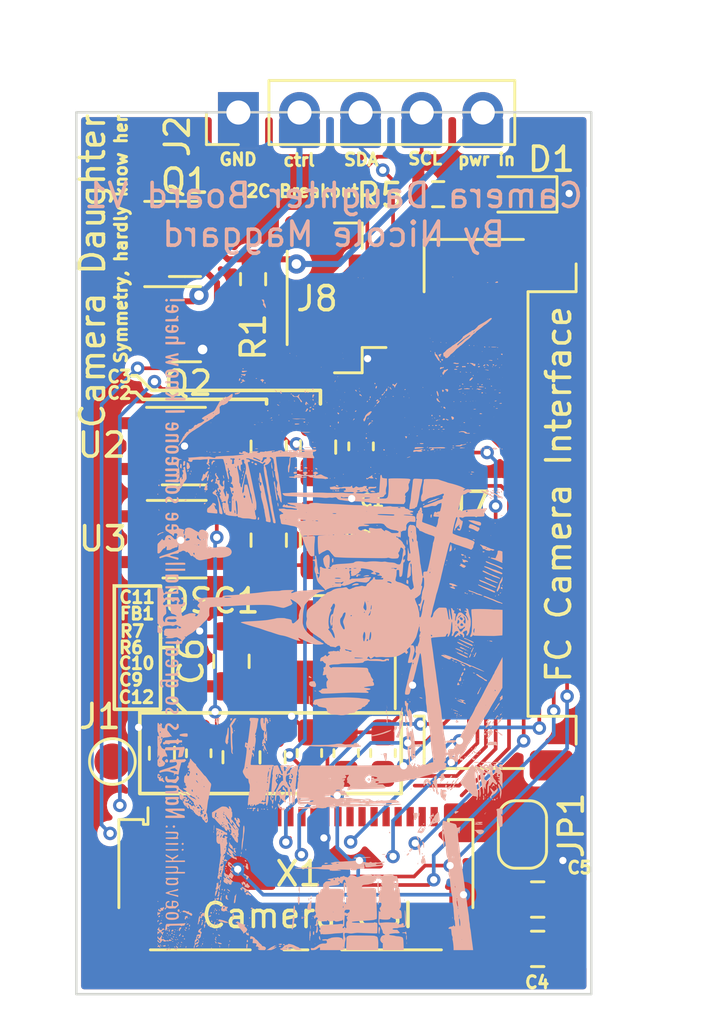
<source format=kicad_pcb>
(kicad_pcb (version 20221018) (generator pcbnew)
  (layers (0 "F.Cu" signal) (31 "B.Cu" signal) (34 "B.Paste" user) (35 "F.Paste" user) (36 "B.SilkS" user "B.Silkscreen") (37 "F.SilkS" user "F.Silkscreen") (38 "B.Mask" user) (39 "F.Mask" user) (44 "Edge.Cuts" user))
  (net 0 "")
  (net 1 "1.5V")
  (net 2 "+3V3")
  (net 3 "2.8V")
  (net 4 "VBUS_RESET {slash} PC")
  (net 5 "AGND")
  (net 6 "Net-(J1-Pin_1)")
  (net 7 "D9")
  (net 8 "D8")
  (net 9 "GND")
  (net 10 "ENABLE_BURN {slash} D7")
  (net 11 "D6")
  (net 12 "D5")
  (net 13 "D4")
  (net 14 "ENAB_RF {slash} D3")
  (net 15 "I2C_RESET {slash} D2")
  (net 16 "BURN_RELAY_A {slash} VS")
  (net 17 "HS")
  (net 18 "Net-(JP1-A)")
  (net 19 "Net-(OSC1-OUT)")
  (net 20 "Net-(X1-~{RESET})")
  (net 21 "Net-(X1-PWDN)")
  (net 24 "SDA1")
  (net 25 "SCL1")
  (net 27 "Net-(D1-A)")
  (net 28 "Net-(Q1-G)")
  (net 29 "pwr_in")
  (net 30 "pwr_ctrl")
  (footprint "Capacitor_SMD:C_0805_2012Metric_Pad1.18x1.45mm_HandSolder" (layer "F.Cu") (at 154.95 119.56 -90)
    (fp_text reference "C2" (at -2.25 6.21) (layer "F.SilkS") (effects (font (size 0.5 0.5) (thickness 0.125))))
    (fp_text value "10uF")
    (pad "1" smd roundrect (at -1.0375 0 270) (size 1.175 1.45) (layers "F.Cu" "F.Paste" "F.Mask") (roundrect_rratio 0.2127659574) (net 1 "1.5V"))
    (pad "2" smd roundrect (at 1.0375 0 270) (size 1.175 1.45) (layers "F.Cu" "F.Paste" "F.Mask") (roundrect_rratio 0.2127659574) (net 9 "GND"))
  )
  (footprint "Oscillator:Oscillator_SMD_SeikoEpson_SG8002CE-4Pin_3.2x2.5mm_HandSoldering" (layer "F.Cu") (at 157.41 128.07 180)
    (fp_text reference "OSC1" (at 4.82 2.13) (layer "F.SilkS"))
    (fp_text value "24MHz 3.3V Oscillator")
    (pad "1" smd rect (at -1.55 1.25 180) (size 2.1 1.8) (layers "F.Cu" "F.Paste" "F.Mask") (net 2 "+3V3"))
    (pad "2" smd rect (at 1.55 1.25 180) (size 2.1 1.8) (layers "F.Cu" "F.Paste" "F.Mask") (net 9 "GND"))
    (pad "3" smd rect (at 1.55 -1.25 180) (size 2.1 1.8) (layers "F.Cu" "F.Paste" "F.Mask") (net 19 "Net-(OSC1-OUT)"))
    (pad "4" smd rect (at -1.55 -1.25 180) (size 2.1 1.8) (layers "F.Cu" "F.Paste" "F.Mask") (net 2 "+3V3"))
  )
  (footprint "Jumper:SolderJumper-2_P1.3mm_Open_RoundedPad1.0x1.5mm" (layer "F.Cu") (at 165.5 135.64 90)
    (fp_text reference "JP1" (at 0.38 2.03 90) (layer "F.SilkS"))
    (fp_text value "Jumper_2_Open")
    (pad "1" smd custom (at -0.65 0 90) (size 1 0.5) (layers "F.Cu" "F.Mask") (net 18 "Net-(JP1-A)") (options (clearance outline) (anchor rect)) (primitives (gr_circle (center 0 0.25) (end 0.5 0.25) (width 0) (fill yes)) (gr_circle (center 0 -0.25) (end 0.5 -0.25) (width 0) (fill yes)) (gr_poly (pts (xy 0.5 0.75) (xy 0 0.75) (xy 0 -0.75) (xy 0.5 -0.75)) (width 0) (fill yes))))
    (pad "2" smd custom (at 0.65 0 90) (size 1 0.5) (layers "F.Cu" "F.Mask") (net 2 "+3V3") (options (clearance outline) (anchor rect)) (primitives (gr_circle (center 0 0.25) (end 0.5 0.25) (width 0) (fill yes)) (gr_circle (center 0 -0.25) (end 0.5 -0.25) (width 0) (fill yes)) (gr_poly (pts (xy 0 0.75) (xy -0.5 0.75) (xy -0.5 -0.75) (xy 0 -0.75)) (width 0) (fill yes))))
  )
  (footprint "Capacitor_SMD:C_0603_1608Metric_Pad1.08x0.95mm_HandSolder" (layer "F.Cu") (at 158.79 119.5225 -90)
    (fp_text reference "C1" (at 2.2575 -0.46 -180) (layer "F.SilkS") (effects (font (size 0.5 0.5) (thickness 0.125))))
    (fp_text value "1.0uF")
    (pad "1" smd roundrect (at -0.8625 0 270) (size 1.075 0.95) (layers "F.Cu" "F.Paste" "F.Mask") (net 1 "1.5V"))
    (pad "2" smd roundrect (at 0.8625 0 270) (size 1.075 0.95) (layers "F.Cu" "F.Paste" "F.Mask") (net 9 "GND"))
  )
  (footprint "Capacitor_SMD:C_0805_2012Metric_Pad1.18x1.45mm_HandSolder" (layer "F.Cu") (at 153.4 128.45 90)
    (fp_text reference "C6" (at 0 -1.68 90) (layer "F.SilkS"))
    (fp_text value "10uF")
    (pad "1" smd roundrect (at -1.0375 0 90) (size 1.175 1.45) (layers "F.Cu" "F.Paste" "F.Mask") (roundrect_rratio 0.2127659574) (net 2 "+3V3"))
    (pad "2" smd roundrect (at 1.0375 0 90) (size 1.175 1.45) (layers "F.Cu" "F.Paste" "F.Mask") (roundrect_rratio 0.2127659574) (net 9 "GND"))
  )
  (footprint "Capacitor_SMD:C_0603_1608Metric_Pad1.08x0.95mm_HandSolder" (layer "F.Cu") (at 159.7 132.26 90)
    (fp_text reference "C12" (at 2.320001 -10.249999) (layer "F.SilkS") (effects (font (size 0.5 0.5) (thickness 0.125))))
    (fp_text value "22pF")
    (pad "1" smd roundrect (at -0.8625 0 90) (size 1.075 0.95) (layers "F.Cu" "F.Paste" "F.Mask") (net 4 "VBUS_RESET {slash} PC"))
    (pad "2" smd roundrect (at 0.8625 0 90) (size 1.075 0.95) (layers "F.Cu" "F.Paste" "F.Mask") (net 9 "GND"))
  )
  (footprint "Capacitor_SMD:C_0805_2012Metric_Pad1.18x1.45mm_HandSolder" (layer "F.Cu") (at 166.1325 140.39)
    (fp_text reference "C4" (at -0.0225 1.39) (layer "F.SilkS") (effects (font (size 0.5 0.5) (thickness 0.125))))
    (fp_text value "10uF")
    (pad "1" smd roundrect (at -1.0375 0) (size 1.175 1.45) (layers "F.Cu" "F.Paste" "F.Mask") (roundrect_rratio 0.2127659574) (net 2 "+3V3"))
    (pad "2" smd roundrect (at 1.0375 0) (size 1.175 1.45) (layers "F.Cu" "F.Paste" "F.Mask") (roundrect_rratio 0.2127659574) (net 9 "GND"))
  )
  (footprint "Connector_Molex:Molex_Pico-Lock_504050-1291_1x12-1MP_P1.50mm_Horizontal" (layer "F.Cu") (at 164.305 121.915 90)
    (fp_text reference "J7" (at -0.015 -1.015 180) (layer "F.SilkS"))
    (fp_text value "FC Connector")
    (pad "1" smd roundrect (at -8.25 -2.795 90) (size 0.6 1) (layers "F.Cu" "F.Paste" "F.Mask") (net 9 "GND"))
    (pad "2" smd roundrect (at -6.75 -2.795 90) (size 0.6 1) (layers "F.Cu" "F.Paste" "F.Mask") (net 7 "D9"))
    (pad "3" smd roundrect (at -5.25 -2.795 90) (size 0.6 1) (layers "F.Cu" "F.Paste" "F.Mask") (net 8 "D8"))
    (pad "4" smd roundrect (at -3.75 -2.795 90) (size 0.6 1) (layers "F.Cu" "F.Paste" "F.Mask") (net 10 "ENABLE_BURN {slash} D7"))
    (pad "5" smd roundrect (at -2.25 -2.795 90) (size 0.6 1) (layers "F.Cu" "F.Paste" "F.Mask") (net 11 "D6"))
    (pad "6" smd roundrect (at -0.75 -2.795 90) (size 0.6 1) (layers "F.Cu" "F.Paste" "F.Mask") (net 12 "D5"))
    (pad "7" smd roundrect (at 0.75 -2.795 90) (size 0.6 1) (layers "F.Cu" "F.Paste" "F.Mask") (net 13 "D4"))
    (pad "8" smd roundrect (at 2.25 -2.795 90) (size 0.6 1) (layers "F.Cu" "F.Paste" "F.Mask") (net 14 "ENAB_RF {slash} D3"))
    (pad "9" smd roundrect (at 3.75 -2.795 90) (size 0.6 1) (layers "F.Cu" "F.Paste" "F.Mask") (net 15 "I2C_RESET {slash} D2"))
    (pad "10" smd roundrect (at 5.25 -2.795 90) (size 0.6 1) (layers "F.Cu" "F.Paste" "F.Mask") (net 4 "VBUS_RESET {slash} PC"))
    (pad "11" smd roundrect (at 6.75 -2.795 90) (size 0.6 1) (layers "F.Cu" "F.Paste" "F.Mask") (net 16 "BURN_RELAY_A {slash} VS"))
    (pad "12" smd roundrect (at 8.25 -2.795 90) (size 0.6 1) (layers "F.Cu" "F.Paste" "F.Mask") (net 17 "HS"))
    (pad "MP" smd roundrect (at -10.855 2.395 90) (size 1.25 1.8) (layers "F.Cu" "F.Paste" "F.Mask") (roundrect_rratio 0.2))
    (pad "MP" smd roundrect (at 10.855 2.395 90) (size 1.25 1.8) (layers "F.Cu" "F.Paste" "F.Mask") (roundrect_rratio 0.2))
  )
  (footprint "Resistor_SMD:R_0603_1608Metric" (layer "F.Cu") (at 155.11 132.435 90)
    (fp_text reference "R7" (at 5.235 -5.840001) (layer "F.SilkS") (effects (font (size 0.5 0.5) (thickness 0.125))))
    (fp_text value "10K")
    (pad "1" smd roundrect (at -0.825 0 90) (size 0.8 0.95) (layers "F.Cu" "F.Paste" "F.Mask") (net 21 "Net-(X1-PWDN)"))
    (pad "2" smd roundrect (at 0.825 0 90) (size 0.8 0.95) (layers "F.Cu" "F.Paste" "F.Mask") (net 9 "GND"))
  )
  (footprint "Package_TO_SOT_SMD:SOT-23-5_HandSoldering" (layer "F.Cu") (at 151.45 123.3775)
    (fp_text reference "U3" (at -3.39 -0.0175 180) (layer "F.SilkS"))
    (fp_text value "TLV74328")
    (pad "1" smd rect (at -1.35 -0.95) (size 1.56 0.65) (layers "F.Cu" "F.Paste" "F.Mask") (net 2 "+3V3"))
    (pad "2" smd rect (at -1.35 0) (size 1.56 0.65) (layers "F.Cu" "F.Paste" "F.Mask") (net 9 "GND"))
    (pad "3" smd rect (at -1.35 0.95) (size 1.56 0.65) (layers "F.Cu" "F.Paste" "F.Mask") (net 2 "+3V3"))
    (pad "4" smd rect (at 1.35 0.95) (size 1.56 0.65) (layers "F.Cu" "F.Paste" "F.Mask"))
    (pad "5" smd rect (at 1.35 -0.95) (size 1.56 0.65) (layers "F.Cu" "F.Paste" "F.Mask") (net 3 "2.8V"))
  )
  (footprint "Capacitor_SMD:C_0603_1608Metric_Pad1.08x0.95mm_HandSolder" (layer "F.Cu") (at 158.17 132.26 90)
    (fp_text reference "C9" (at 3.040001 -8.939999) (layer "F.SilkS") (effects (font (size 0.5 0.5) (thickness 0.125))))
    (fp_text value "0.1uF")
    (pad "1" smd roundrect (at -0.8625 0 90) (size 1.075 0.95) (layers "F.Cu" "F.Paste" "F.Mask") (net 2 "+3V3"))
    (pad "2" smd roundrect (at 0.8625 0 90) (size 1.075 0.95) (layers "F.Cu" "F.Paste" "F.Mask") (net 9 "GND"))
  )
  (footprint "Package_TO_SOT_SMD:SOT-23-5_HandSoldering" (layer "F.Cu") (at 151.42 119.5125)
    (fp_text reference "U2" (at -3.41 -0.0425) (layer "F.SilkS"))
    (fp_text value "TLV74315")
    (pad "1" smd rect (at -1.35 -0.95) (size 1.56 0.65) (layers "F.Cu" "F.Paste" "F.Mask") (net 2 "+3V3"))
    (pad "2" smd rect (at -1.35 0) (size 1.56 0.65) (layers "F.Cu" "F.Paste" "F.Mask") (net 9 "GND"))
    (pad "3" smd rect (at -1.35 0.95) (size 1.56 0.65) (layers "F.Cu" "F.Paste" "F.Mask") (net 2 "+3V3"))
    (pad "4" smd rect (at 1.35 0.95) (size 1.56 0.65) (layers "F.Cu" "F.Paste" "F.Mask"))
    (pad "5" smd rect (at 1.35 -0.95) (size 1.56 0.65) (layers "F.Cu" "F.Paste" "F.Mask") (net 1 "1.5V"))
  )
  (footprint "Resistor_SMD:R_0603_1608Metric_Pad0.98x0.95mm_HandSolder" (layer "F.Cu") (at 150.51 132.2675 -90)
    (fp_text reference "FB1" (at -5.7975 1.03 -180) (layer "F.SilkS") (effects (font (size 0.5 0.5) (thickness 0.125))))
    (fp_text value "ferrite")
    (pad "1" smd roundrect (at -0.9125 0 270) (size 0.975 0.95) (layers "F.Cu" "F.Paste" "F.Mask") (net 9 "GND"))
    (pad "2" smd roundrect (at 0.9125 0 270) (size 0.975 0.95) (layers "F.Cu" "F.Paste" "F.Mask") (net 5 "AGND"))
  )
  (footprint "Capacitor_SMD:C_0603_1608Metric_Pad1.08x0.95mm_HandSolder" (layer "F.Cu") (at 152.04 132.2675 90)
    (fp_text reference "C11" (at 6.4775 -2.56 180) (layer "F.SilkS") (effects (font (size 0.5 0.5) (thickness 0.125))))
    (fp_text value "0.1uF")
    (pad "1" smd roundrect (at -0.8625 0 90) (size 1.075 0.95) (layers "F.Cu" "F.Paste" "F.Mask") (net 3 "2.8V"))
    (pad "2" smd roundrect (at 0.8625 0 90) (size 1.075 0.95) (layers "F.Cu" "F.Paste" "F.Mask") (net 9 "GND"))
  )
  (footprint "Capacitor_SMD:C_0805_2012Metric_Pad1.18x1.45mm_HandSolder" (layer "F.Cu") (at 157 119.5525 -90)
    (fp_text reference "C3" (at -2.9225 8.26 -180) (layer "F.SilkS") (effects (font (size 0.5 0.5) (thickness 0.125))))
    (fp_text value "10uF")
    (pad "1" smd roundrect (at -1.0375 0 270) (size 1.175 1.45) (layers "F.Cu" "F.Paste" "F.Mask") (roundrect_rratio 0.2127659574) (net 1 "1.5V"))
    (pad "2" smd roundrect (at 1.0375 0 270) (size 1.175 1.45) (layers "F.Cu" "F.Paste" "F.Mask") (roundrect_rratio 0.2127659574) (net 9 "GND"))
  )
  (footprint "Capacitor_SMD:C_0805_2012Metric_Pad1.18x1.45mm_HandSolder" (layer "F.Cu") (at 157 123.4075 -90)
    (fp_text reference "C7" (at 0.0325 -2.23 90) (layer "F.SilkS") (effects (font (size 0.5 0.5) (thickness 0.125))))
    (fp_text value "10uF")
    (pad "1" smd roundrect (at -1.0375 0 270) (size 1.175 1.45) (layers "F.Cu" "F.Paste" "F.Mask") (roundrect_rratio 0.2127659574) (net 3 "2.8V"))
    (pad "2" smd roundrect (at 1.0375 0 270) (size 1.175 1.45) (layers "F.Cu" "F.Paste" "F.Mask") (roundrect_rratio 0.2127659574) (net 9 "GND"))
  )
  (footprint "TestPoint:TestPoint_Pad_D1.5mm" (layer "F.Cu") (at 148.45 132.61)
    (fp_text reference "J1" (at -0.52 -1.87) (layer "F.SilkS"))
    (fp_text value "Conn_01x01")
    (pad "1" smd circle (at 0 0) (size 1.5 1.5) (layers "F.Cu" "F.Mask") (net 6 "Net-(J1-Pin_1)"))
  )
  (footprint "Resistor_SMD:R_0603_1608Metric" (layer "F.Cu") (at 154.3 112.58 -90)
    (fp_text reference "R1" (at 2.4 -0.01 90) (layer "F.SilkS"))
    (fp_text value "10K")
    (pad "1" smd roundrect (at -0.825 0 270) (size 0.8 0.95) (layers "F.Cu" "F.Paste" "F.Mask") (net 29 "pwr_in"))
    (pad "2" smd roundrect (at 0.825 0 270) (size 0.8 0.95) (layers "F.Cu" "F.Paste" "F.Mask") (net 28 "Net-(Q1-G)"))
  )
  (footprint "Connector_PinHeader_2.54mm:PinHeader_1x05_P2.54mm_Vertical" (layer "F.Cu") (at 153.69 105.66 90)
    (fp_text reference "J2" (at -0.99 -2.54 90) (layer "F.SilkS"))
    (fp_text value "Conn_01x05")
    (pad "1" thru_hole rect (at 0 0 90) (size 1.7 1.7) (drill 1) (layers "*.Cu" "*.Mask") (net 9 "GND"))
    (pad "2" thru_hole oval (at 0 2.54 90) (size 1.7 1.7) (drill 1) (layers "*.Cu" "*.Mask") (net 30 "pwr_ctrl"))
    (pad "3" thru_hole oval (at 0 5.08 90) (size 1.7 1.7) (drill 1) (layers "*.Cu" "*.Mask") (net 24 "SDA1"))
    (pad "4" thru_hole oval (at 0 7.62 90) (size 1.7 1.7) (drill 1) (layers "*.Cu" "*.Mask") (net 25 "SCL1"))
    (pad "5" thru_hole oval (at 0 10.16 90) (size 1.7 1.7) (drill 1) (layers "*.Cu" "*.Mask") (net 29 "pwr_in"))
  )
  (footprint "Capacitor_SMD:C_0603_1608Metric_Pad1.08x0.95mm_HandSolder" (layer "F.Cu") (at 156.64 132.2575 90)
    (fp_text reference "C10" (at 3.7275 -7.18) (layer "F.SilkS") (effects (font (size 0.5 0.5) (thickness 0.125))))
    (fp_text value "0.1uF")
    (pad "1" smd roundrect (at -0.8625 0 90) (size 1.075 0.95) (layers "F.Cu" "F.Paste" "F.Mask") (net 1 "1.5V"))
    (pad "2" smd roundrect (at 0.8625 0 90) (size 1.075 0.95) (layers "F.Cu" "F.Paste" "F.Mask") (net 9 "GND"))
  )
  (footprint "LED_SMD:LED_0603_1608Metric_Pad1.05x0.95mm_HandSolder" (layer "F.Cu") (at 165.275 109.06 180)
    (fp_text reference "D1" (at -1.425 1.46) (layer "F.SilkS"))
    (fp_text value "IR26-21C_L110_TR8")
    (pad "1" smd roundrect (at -0.875 0 180) (size 1.05 0.95) (layers "F.Cu" "F.Paste" "F.Mask") (net 9 "GND"))
    (pad "2" smd roundrect (at 0.875 0 180) (size 1.05 0.95) (layers "F.Cu" "F.Paste" "F.Mask") (net 27 "Net-(D1-A)"))
  )
  (footprint "Connector_FFC-FPC:Molex_502244-2430_1x24-1MP_P0.5mm_Horizontal" (layer "F.Cu") (at 156.08 137.98)
    (fp_text reference "X1" (at 0.11 -0.71) (layer "F.SilkS"))
    (fp_text value "CAMERA_OV2640")
    (pad "1" smd rect (at -5.75 -3.08) (size 0.3 0.8) (layers "F.Cu" "F.Paste" "F.Mask"))
    (pad "2" smd rect (at -5.25 -3.08) (size 0.3 0.8) (layers "F.Cu" "F.Paste" "F.Mask") (net 18 "Net-(JP1-A)"))
    (pad "3" smd rect (at -4.75 -3.08) (size 0.3 0.8) (layers "F.Cu" "F.Paste" "F.Mask") (net 13 "D4"))
    (pad "4" smd rect (at -4.25 -3.08) (size 0.3 0.8) (layers "F.Cu" "F.Paste" "F.Mask") (net 14 "ENAB_RF {slash} D3"))
    (pad "5" smd rect (at -3.75 -3.08) (size 0.3 0.8) (layers "F.Cu" "F.Paste" "F.Mask") (net 12 "D5"))
    (pad "6" smd rect (at -3.25 -3.08) (size 0.3 0.8) (layers "F.Cu" "F.Paste" "F.Mask") (net 15 "I2C_RESET {slash} D2"))
    (pad "7" smd rect (at -2.75 -3.08) (size 0.3 0.8) (layers "F.Cu" "F.Paste" "F.Mask") (net 11 "D6"))
    (pad "8" smd rect (at -2.25 -3.08) (size 0.3 0.8) (layers "F.Cu" "F.Paste" "F.Mask") (net 4 "VBUS_RESET {slash} PC"))
    (pad "9" smd rect (at -1.75 -3.08) (size 0.3 0.8) (layers "F.Cu" "F.Paste" "F.Mask") (net 10 "ENABLE_BURN {slash} D7"))
    (pad "10" smd rect (at -1.25 -3.08) (size 0.3 0.8) (layers "F.Cu" "F.Paste" "F.Mask") (net 9 "GND"))
    (pad "11" smd rect (at -0.75 -3.08) (size 0.3 0.8) (layers "F.Cu" "F.Paste" "F.Mask") (net 8 "D8"))
    (pad "12" smd rect (at -0.25 -3.08) (size 0.3 0.8) (layers "F.Cu" "F.Paste" "F.Mask") (net 19 "Net-(OSC1-OUT)"))
    (pad "13" smd rect (at 0.25 -3.08) (size 0.3 0.8) (layers "F.Cu" "F.Paste" "F.Mask") (net 7 "D9"))
    (pad "14" smd rect (at 0.75 -3.08) (size 0.3 0.8) (layers "F.Cu" "F.Paste" "F.Mask") (net 2 "+3V3"))
    (pad "15" smd rect (at 1.25 -3.08) (size 0.3 0.8) (layers "F.Cu" "F.Paste" "F.Mask") (net 1 "1.5V"))
    (pad "16" smd rect (at 1.75 -3.08) (size 0.3 0.8) (layers "F.Cu" "F.Paste" "F.Mask") (net 17 "HS"))
    (pad "17" smd rect (at 2.25 -3.08) (size 0.3 0.8) (layers "F.Cu" "F.Paste" "F.Mask") (net 21 "Net-(X1-PWDN)"))
    (pad "18" smd rect (at 2.75 -3.08) (size 0.3 0.8) (layers "F.Cu" "F.Paste" "F.Mask") (net 16 "BURN_RELAY_A {slash} VS"))
    (pad "19" smd rect (at 3.25 -3.08) (size 0.3 0.8) (layers "F.Cu" "F.Paste" "F.Mask") (net 20 "Net-(X1-~{RESET})"))
    (pad "20" smd rect (at 3.75 -3.08) (size 0.3 0.8) (layers "F.Cu" "F.Paste" "F.Mask") (net 25 "SCL1"))
    (pad "21" smd rect (at 4.25 -3.08) (size 0.3 0.8) (layers "F.Cu" "F.Paste" "F.Mask") (net 3 "2.8V"))
    (pad "22" smd rect (at 4.75 -3.08) (size 0.3 0.8) (layers "F.Cu" "F.Paste" "F.Mask") (net 24 "SDA1"))
    (pad "23" smd rect (at 5.25 -3.08) (size 0.3 0.8) (layers "F.Cu" "F.Paste" "F.Mask") (net 5 "AGND"))
    (pad "24" smd rect (at 5.75 -3.08) (size 0.3 0.8) (layers "F.Cu" "F.Paste" "F.Mask") (net 6 "Net-(J1-Pin_1)"))
    (pad "MP" smd rect (at -6.99 1.77) (size 1.22 1.4) (layers "F.Cu" "F.Paste" "F.Mask"))
    (pad "MP" smd rect (at -1.175 2.78) (size 0.85 1.4) (layers "F.Cu" "F.Paste" "F.Mask"))
    (pad "MP" smd rect (at 1.175 2.78) (size 0.85 1.4) (layers "F.Cu" "F.Paste" "F.Mask"))
    (pad "MP" smd rect (at 6.99 1.77) (size 1.22 1.4) (layers "F.Cu" "F.Paste" "F.Mask"))
    (zone (net 0) (net_name "") (layer "F.Cu") (connect_pads (clearance 0)) (min_thickness 0.254)
      (keepout (tracks not_allowed) (vias not_allowed) (pads not_allowed) (copperpour not_allowed) (footprints not_allowed))
      (fill (thermal_gap 0.508) (thermal_bridge_width 0.508))
      (polygon (pts (xy 156.08 140.49) (xy 155.33 140.49) (xy 155.33 140.06) (xy 154.48 140.06) (xy 154.48 140.49) (xy 149.7 140.49) (xy 149.7 137.94) (xy 156.08 137.94)))
    )
    (zone (net 0) (net_name "") (layer "F.Cu") (connect_pads (clearance 0)) (min_thickness 0.254)
      (keepout (tracks not_allowed) (vias not_allowed) (pads not_allowed) (copperpour not_allowed) (footprints not_allowed))
      (fill (thermal_gap 0.508) (thermal_bridge_width 0.508))
      (polygon (pts (xy 156.08 140.49) (xy 156.83 140.49) (xy 156.83 140.06) (xy 157.68 140.06) (xy 157.68 140.49) (xy 162.46 140.49) (xy 162.46 137.94) (xy 156.08 137.94)))
    )
  )
  (footprint "Capacitor_SMD:C_0805_2012Metric_Pad1.18x1.45mm_HandSolder" (layer "F.Cu") (at 154.95 123.4175 -90)
    (fp_text reference "C8" (at 0.0025 -3.53 -90) (layer "F.SilkS") (effects (font (size 0.5 0.5) (thickness 0.125))))
    (fp_text value "10uF")
    (pad "1" smd roundrect (at -1.0375 0 270) (size 1.175 1.45) (layers "F.Cu" "F.Paste" "F.Mask") (roundrect_rratio 0.2127659574) (net 3 "2.8V"))
    (pad "2" smd roundrect (at 1.0375 0 270) (size 1.175 1.45) (layers "F.Cu" "F.Paste" "F.Mask") (roundrect_rratio 0.2127659574) (net 9 "GND"))
  )
  (footprint "Package_TO_SOT_SMD:SOT-23" (layer "F.Cu") (at 151.4675 110.91)
    (fp_text reference "Q1" (at 0 -2.4) (layer "F.SilkS"))
    (fp_text value "BSS83P")
    (pad "1" smd roundrect (at -0.9375 -0.95) (size 1.475 0.6) (layers "F.Cu" "F.Paste" "F.Mask") (net 28 "Net-(Q1-G)"))
    (pad "2" smd roundrect (at -0.9375 0.95) (size 1.475 0.6) (layers "F.Cu" "F.Paste" "F.Mask") (net 2 "+3V3"))
    (pad "3" smd roundrect (at 0.9375 0) (size 1.475 0.6) (layers "F.Cu" "F.Paste" "F.Mask") (net 29 "pwr_in"))
  )
  (footprint "Package_TO_SOT_SMD:SOT-23" (layer "F.Cu") (at 151.4675 114.45)
    (fp_text reference "Q2" (at 0.1325 2.45) (layer "F.SilkS"))
    (fp_text value "BSS138")
    (pad "1" smd roundrect (at -0.9375 -0.95) (size 1.475 0.6) (layers "F.Cu" "F.Paste" "F.Mask") (net 30 "pwr_ctrl"))
    (pad "2" smd roundrect (at -0.9375 0.95) (size 1.475 0.6) (layers "F.Cu" "F.Paste" "F.Mask") (net 9 "GND"))
    (pad "3" smd roundrect (at 0.9375 0) (size 1.475 0.6) (layers "F.Cu" "F.Paste" "F.Mask") (net 28 "Net-(Q1-G)"))
  )
  (footprint "Connector_JST:JST_SH_BM04B-SRSS-TB_1x04-1MP_P1.00mm_Vertical" (layer "F.Cu") (at 157.725 113.3575 90)
    (fp_text reference "J8" (at -0.0325 -0.765 180) (layer "F.SilkS"))
    (fp_text value "I2C1 Breakout")
    (pad "1" smd roundrect (at -1.5 1.325 90) (size 0.6 1.55) (layers "F.Cu" "F.Paste" "F.Mask") (net 9 "GND"))
    (pad "2" smd roundrect (at -0.5 1.325 90) (size 0.6 1.55) (layers "F.Cu" "F.Paste" "F.Mask") (net 2 "+3V3"))
    (pad "3" smd roundrect (at 0.5 1.325 90) (size 0.6 1.55) (layers "F.Cu" "F.Paste" "F.Mask") (net 24 "SDA1"))
    (pad "4" smd roundrect (at 1.5 1.325 90) (size 0.6 1.55) (layers "F.Cu" "F.Paste" "F.Mask") (net 25 "SCL1"))
    (pad "MP" smd roundrect (at -2.8 -1.2 90) (size 1.2 1.8) (layers "F.Cu" "F.Paste" "F.Mask") (roundrect_rratio 0.2083333333))
    (pad "MP" smd roundrect (at 2.8 -1.2 90) (size 1.2 1.8) (layers "F.Cu" "F.Paste" "F.Mask") (roundrect_rratio 0.2083333333))
  )
  (footprint "Resistor_SMD:R_0603_1608Metric" (layer "F.Cu") (at 161.995 109.05)
    (fp_text reference "R5" (at -2.425 0.06) (layer "F.SilkS"))
    (fp_text value "10K")
    (pad "1" smd roundrect (at -0.825 0) (size 0.8 0.95) (layers "F.Cu" "F.Paste" "F.Mask") (net 2 "+3V3"))
    (pad "2" smd roundrect (at 0.825 0) (size 0.8 0.95) (layers "F.Cu" "F.Paste" "F.Mask") (net 27 "Net-(D1-A)"))
  )
  (footprint "Resistor_SMD:R_0603_1608Metric" (layer "F.Cu") (at 153.57 132.43 -90)
    (fp_text reference "R6" (at -4.55 4.339999) (layer "F.SilkS") (effects (font (size 0.5 0.5) (thickness 0.125))))
    (fp_text value "10K")
    (pad "1" smd roundrect (at -0.825 0 270) (size 0.8 0.95) (layers "F.Cu" "F.Paste" "F.Mask") (net 2 "+3V3"))
    (pad "2" smd roundrect (at 0.825 0 270) (size 0.8 0.95) (layers "F.Cu" "F.Paste" "F.Mask") (net 20 "Net-(X1-~{RESET})"))
  )
  (footprint "Capacitor_SMD:C_0805_2012Metric_Pad1.18x1.45mm_HandSolder" (layer "F.Cu") (at 166.1325 138.34)
    (fp_text reference "C5" (at 1.7375 -1.32) (layer "F.SilkS") (effects (font (size 0.5 0.5) (thickness 0.125))))
    (fp_text value "10uF")
    (pad "1" smd roundrect (at -1.0375 0) (size 1.175 1.45) (layers "F.Cu" "F.Paste" "F.Mask") (roundrect_rratio 0.2127659574) (net 2 "+3V3"))
    (pad "2" smd roundrect (at 1.0375 0) (size 1.175 1.45) (layers "F.Cu" "F.Paste" "F.Mask") (roundrect_rratio 0.2127659574) (net 9 "GND"))
  )
  (footprint "LOGO" (layer "B.Cu") (at 157.46 126.44 90)
    (fp_text reference "G***" hide)
    (fp_text value "LOGO" hide)
  )
  (gr_rect (start 148.53 125.32) (end 150.45 130.44) (stroke (width 0.15)) (fill none) (layer "F.SilkS"))
  (gr_line (start 157.1 117.2) (end 157.1 117.76) (stroke (width 0.15)) (layer "F.SilkS"))
  (gr_rect (start 149.59 130.59) (end 160.46 133.94) (stroke (width 0.15)) (fill none) (layer "F.SilkS"))
  (gr_line (start 154.86 117.57) (end 154.86 117.76) (stroke (width 0.15)) (layer "F.SilkS"))
  (gr_line (start 150.09 117.2) (end 157.1 117.2) (stroke (width 0.15)) (layer "F.SilkS"))
  (gr_line (start 149.26 116.59) (end 149.48 116.59) (stroke (width 0.15)) (layer "F.SilkS"))
  (gr_line (start 150.45 127.88) (end 150.96 127.88) (stroke (width 0.15)) (layer "F.SilkS"))
  (gr_line (start 150.96 130.02) (end 151.53 130.59) (stroke (width 0.15)) (layer "F.SilkS"))
  (gr_line (start 149.48 116.59) (end 150.09 117.2) (stroke (width 0.15)) (layer "F.SilkS"))
  (gr_line (start 149.22 117.28) (end 149.43 117.28) (stroke (width 0.15)) (layer "F.SilkS"))
  (gr_line (start 149.43 117.28) (end 149.72 117.57) (stroke (width 0.15)) (layer "F.SilkS"))
  (gr_line (start 149.72 117.57) (end 154.86 117.57) (stroke (width 0.15)) (layer "F.SilkS"))
  (gr_line (start 150.96 127.88) (end 150.96 130.02) (stroke (width 0.15)) (layer "F.SilkS"))
  (gr_rect (start 146.95 105.65) (end 168.36 142.27) (stroke (width 0.1)) (fill none) (layer "Edge.Cuts"))
  (gr_text "Camera Daughter Board V1\nBy Nicole Maggard" (at 157.65 111.3) (layer "B.SilkS") (effects (font (size 1 1)) (justify bottom mirror)))
  (gr_text "pwr in" (at 162.75 107.9) (layer "F.SilkS") (effects (font (size 0.5 0.5) (thickness 0.125) bold) (justify left bottom)))
  (gr_text "Symmetry, hardly know her" (at 149.1 116.15 90) (layer "F.SilkS") (effects (font (size 0.5 0.5) (thickness 0.125) bold) (justify left bottom)))
  (gr_text "FC Camera Interface" (at 167.59 129.42 90) (layer "F.SilkS") (effects (font (size 1 1)) (justify left bottom)))
  (gr_text "SCL" (at 160.68 107.87) (layer "F.SilkS") (effects (font (size 0.5 0.5) (thickness 0.125)) (justify left bottom)))
  (gr_text "I2C Breakout" (at 153.72 109.22) (layer "F.SilkS") (effects (font (size 0.5 0.5) (thickness 0.125)) (justify left bottom)))
  (gr_text "Camera CSI" (at 152.07 139.59) (layer "F.SilkS") (effects (font (size 1 1)) (justify left bottom)))
  (gr_text "GND" (at 152.83 107.9) (layer "F.SilkS") (effects (font (size 0.5 0.5) (thickness 0.125)) (justify left bottom)))
  (gr_text "SDA" (at 158.01 107.91) (layer "F.SilkS") (effects (font (size 0.5 0.5) (thickness 0.125)) (justify left bottom)))
  (gr_text "ctrl" (at 155.49 107.93) (layer "F.SilkS") (effects (font (size 0.5 0.5) (thickness 0.125)) (justify left bottom)))
  (gr_text "Camera Daughter" (at 148.21 118.86 90) (layer "F.SilkS") (effects (font (size 1 1)) (justify left bottom)))
  (segment (start 156.64 133.12) (end 156.598746 133.12) (width 0.1524) (layer "F.Cu") (net 1))
  (segment (start 158.6925 118.5625) (end 152.77 118.5625) (width 0.1524) (layer "F.Cu") (net 1))
  (segment (start 158.79 118.66) (end 158.6925 118.5625) (width 0.1524) (layer "F.Cu") (net 1))
  (segment (start 155.8475 119.42) (end 154.95 118.5225) (width 0.1524) (layer "F.Cu") (net 1))
  (segment (start 157.2443 135.782512) (end 157.33 135.696812) (width 0.1524) (layer "F.Cu") (net 1))
  (segment (start 156.1 119.42) (end 155.8475 119.42) (width 0.1524) (layer "F.Cu") (net 1))
  (segment (start 156.598746 133.12) (end 155.814936 132.33619) (width 0.1524) (layer "F.Cu") (net 1))
  (via (at 155.814936 132.33619) (size 0.56) (drill 0.3) (layers "F.Cu" "B.Cu") (net 1))
  (via (at 157.2443 135.782512) (size 0.56) (drill 0.3) (layers "F.Cu" "B.Cu") (net 1))
  (via (at 156.1 119.42) (size 0.56) (drill 0.3) (layers "F.Cu" "B.Cu") (net 1))
  (segment (start 155.814936 132.33619) (end 156.4562 131.694926) (width 0.1524) (layer "B.Cu") (net 1))
  (segment (start 156.4562 131.694926) (end 156.4562 119.7762) (width 0.1524) (layer "B.Cu") (net 1))
  (segment (start 156.4562 119.7762) (end 156.1 119.42) (width 0.1524) (layer "B.Cu") (net 1))
  (segment (start 158.72 136.72) (end 158.407818 137.032182) (width 0.1524) (layer "F.Cu") (net 2))
  (segment (start 163.25 138.34) (end 163.05 138.14) (width 0.1524) (layer "F.Cu") (net 2))
  (segment (start 157.8 134.020498) (end 157.8 133.4925) (width 0.1524) (layer "F.Cu") (net 2))
  (segment (start 158.96 129.32) (end 158.96 126.82) (width 0.1524) (layer "F.Cu") (net 2))
  (segment (start 165.095 138.34) (end 163.25 138.34) (width 0.1524) (layer "F.Cu") (net 2))
  (segment (start 153.57 129.6575) (end 153.4 129.4875) (width 0.1524) (layer "F.Cu") (net 2))
  (segment (start 157.8 133.4925) (end 158.17 133.1225) (width 0.1524) (layer "F.Cu") (net 2))
  (segment (start 153.57 131.605) (end 153.57 129.6575) (width 0.1524) (layer "F.Cu") (net 2))
  (via (at 153.66 137.08) (size 0.56) (drill 0.3) (layers "F.Cu" "B.Cu") (net 2))
  (via (at 158.72 136.72) (size 0.56) (drill 0.3) (layers "F.Cu" "B.Cu") (net 2))
  (via (at 157.8 134.020498) (size 0.56) (drill 0.3) (layers "F.Cu" "B.Cu") (net 2))
  (via (at 163.05 138.14) (size 0.56) (drill 0.3) (layers "F.Cu" "B.Cu") (net 2))
  (segment (start 158.339114 136.72) (end 157.8 136.180886) (width 0.1524) (layer "B.Cu") (net 2))
  (segment (start 158.72 136.72) (end 158.67 136.77) (width 0.1524) (layer "B.Cu") (net 2))
  (segment (start 158.67 138.14) (end 154.72 138.14) (width 0.1524) (layer "B.Cu") (net 2))
  (segment (start 154.72 138.14) (end 153.66 137.08) (width 0.1524) (layer "B.Cu") (net 2))
  (segment (start 158.67 136.77) (end 158.67 138.14) (width 0.1524) (layer "B.Cu") (net 2))
  (segment (start 157.8 136.180886) (end 157.8 134.020498) (width 0.1524) (layer "B.Cu") (net 2))
  (segment (start 163.05 138.14) (end 158.67 138.14) (width 0.1524) (layer "B.Cu") (net 2))
  (segment (start 158.72 136.72) (end 158.339114 136.72) (width 0.1524) (layer "B.Cu") (net 2))
  (segment (start 157 122.37) (end 156.9425 122.4275) (width 0.1524) (layer "F.Cu") (net 3))
  (segment (start 156.9425 122.4275) (end 152.8 122.4275) (width 0.1524) (layer "F.Cu") (net 3))
  (segment (start 152.7912 130.611635) (end 152.721871 130.542306) (width 0.1524) (layer "F.Cu") (net 3))
  (segment (start 152.04 133.13) (end 151.83 133.34) (width 0.1524) (layer "F.Cu") (net 3))
  (segment (start 152.04 133.13) (end 152.7912 132.3788) (width 0.1524) (layer "F.Cu") (net 3))
  (segment (start 152.79 123.3) (end 152.79 122.4375) (width 0.1524) (layer "F.Cu") (net 3))
  (segment (start 152.7912 132.3788) (end 152.7912 130.611635) (width 0.1524) (layer "F.Cu") (net 3))
  (segment (start 152.79 122.4375) (end 152.8 122.4275) (width 0.1524) (layer "F.Cu") (net 3))
  (via (at 152.721871 130.542306) (size 0.56) (drill 0.3) (layers "F.Cu" "B.Cu") (net 3))
  (via (at 152.79 123.3) (size 0.56) (drill 0.3) (layers "F.Cu" "B.Cu") (net 3))
  (segment (start 152.721871 123.368129) (end 152.79 123.3) (width 0.1524) (layer "B.Cu") (net 3))
  (segment (start 152.721871 130.542306) (end 152.721871 123.368129) (width 0.1524) (layer "B.Cu") (net 3))
  (segment (start 160.225017 133.1225) (end 160.559894 132.787623) (width 0.1524) (layer "F.Cu") (net 4))
  (segment (start 159.7 133.1225) (end 160.225017 133.1225) (width 0.1524) (layer "F.Cu") (net 4))
  (segment (start 166.2 120.665046) (end 162.199954 116.665) (width 0.1524) (layer "F.Cu") (net 4))
  (segment (start 166.2 131.22) (end 166.2 120.665046) (width 0.1524) (layer "F.Cu") (net 4))
  (segment (start 162.199954 116.665) (end 161.51 116.665) (width 0.1524) (layer "F.Cu") (net 4))
  (via (at 166.2 131.22) (size 0.56) (drill 0.3) (layers "F.Cu" "B.Cu") (net 4))
  (via (at 160.559894 132.787623) (size 0.56) (drill 0.3) (layers "F.Cu" "B.Cu") (net 4))
  (segment (start 166.1738 131.1938) (end 166.2 131.22) (width 0.1524) (layer "B.Cu") (net 4))
  (segment (start 160.559894 132.787623) (end 162.153717 131.1938) (width 0.1524) (layer "B.Cu") (net 4))
  (segment (start 162.153717 131.1938) (end 166.1738 131.1938) (width 0.1524) (layer "B.Cu") (net 4))
  (segment (start 150.51 133.18) (end 150.83 133.5) (width 0.1524) (layer "F.Cu") (net 5))
  (segment (start 161.727738 131.05) (end 162.2862 130.491538) (width 0.1524) (layer "F.Cu") (net 7))
  (segment (start 161.26 131.05) (end 161.727738 131.05) (width 0.1524) (layer "F.Cu") (net 7))
  (segment (start 162.2862 129.4412) (end 161.51 128.665) (width 0.1524) (layer "F.Cu") (net 7))
  (segment (start 162.2862 130.491538) (end 162.2862 129.4412) (width 0.1524) (layer "F.Cu") (net 7))
  (segment (start 155.66208 135.9562) (end 155.83 135.78828) (width 0.1524) (layer "F.Cu") (net 7))
  (via (at 155.66208 135.9562) (size 0.56) (drill 0.3) (layers "F.Cu" "B.Cu") (net 7))
  (via (at 161.26 131.05) (size 0.56) (drill 0.3) (layers "F.Cu" "B.Cu") (net 7))
  (segment (start 155.66208 135.9562) (end 155.66208 134.66792) (width 0.1524) (layer "B.Cu") (net 7))
  (segment (start 159.28 131.05) (end 161.26 131.05) (width 0.1524) (layer "B.Cu") (net 7))
  (segment (start 155.66208 134.66792) (end 159.28 131.05) (width 0.1524) (layer "B.Cu") (net 7))
  (segment (start 161.440287 131.835819) (end 162.8 130.476106) (width 0.1524) (layer "F.Cu") (net 8))
  (segment (start 162.8 127.34) (end 162.625 127.165) (width 0.1524) (layer "F.Cu") (net 8))
  (segment (start 162.625 127.165) (end 161.51 127.165) (width 0.1524) (layer "F.Cu") (net 8))
  (segment (start 162.8 130.476106) (end 162.8 127.34) (width 0.1524) (layer "F.Cu") (net 8))
  (segment (start 160.725819 131.835819) (end 161.440287 131.835819) (width 0.1524) (layer "F.Cu") (net 8))
  (via (at 160.725819 131.835819) (size 0.56) (drill 0.3) (layers "F.Cu" "B.Cu") (net 8))
  (via (at 156.31 136.476482) (size 0.56) (drill 0.3) (layers "F.Cu" "B.Cu") (net 8))
  (segment (start 160.725819 131.835819) (end 159.198093 131.835819) (width 0.1524) (layer "B.Cu") (net 8))
  (segment (start 156.21828 136.384762) (end 156.31 136.476482) (width 0.1524) (layer "B.Cu") (net 8))
  (segment (start 159.198093 131.835819) (end 156.21828 134.815632) (width 0.1524) (layer "B.Cu") (net 8))
  (segment (start 156.21828 134.815632) (end 156.21828 136.384762) (width 0.1524) (layer "B.Cu") (net 8))
  (segment (start 167.17 140.39) (end 167.17 138.34) (width 0.1524) (layer "F.Cu") (net 9))
  (segment (start 161.51 130.02) (end 160.93 129.44) (width 0.1524) (layer "F.Cu") (net 9))
  (segment (start 159.7 131.3975) (end 158.17 131.3975) (width 0.1524) (layer "F.Cu") (net 9))
  (segment (start 149.705 131.355) (end 149.54 131.19) (width 0.1524) (layer "F.Cu") (net 9))
  (segment (start 155.86 125.365) (end 154.95 124.455) (width 0.1524) (layer "F.Cu") (net 9))
  (segment (start 150.51 131.355) (end 149.705 131.355) (width 0.1524) (layer "F.Cu") (net 9))
  (segment (start 155.325 131.305) (end 155.325 131.395) (width 0.1524) (layer "F.Cu") (net 9))
  (segment (start 152.1 115.4) (end 152.2 115.5) (width 0.25) (layer "F.Cu") (net 9))
  (segment (start 154.95 120.5975) (end 158.5775 120.5975) (width 0.1524) (layer "F.Cu") (net 9))
  (segment (start 161.51 130.165) (end 161.51 130.02) (width 0.1524) (layer "F.Cu") (net 9))
  (segment (start 154.95 124.455) (end 156.99 124.455) (width 0.1524) (layer "F.Cu") (net 9))
  (segment (start 167.4 109.06) (end 167.44 109.02) (width 0.1524) (layer "F.Cu") (net 9))
  (segment (start 155.86 126.82) (end 155.86 125.365) (width 0.1524) (layer "F.Cu") (net 9))
  (segment (start 151.2475 123.3775) (end 151.29 123.42) (width 0.1524) (layer "F.Cu") (net 9))
  (segment (start 155.325 131.395) (end 155.11 131.61) (width 0.1524) (layer "F.Cu") (net 9))
  (segment (start 155.86 126.82) (end 153.9925 126.82) (width 0.1524) (layer "F.Cu") (net 9))
  (segment (start 155.9 130.73) (end 155.325 131.305) (width 0.1524) (layer "F.Cu") (net 9))
  (segment (start 159.05 115.87) (end 159.06 115.88) (width 0.1524) (layer "F.Cu") (net 9))
  (segment (start 158.5775 120.5975) (end 158.79 120.385) (width 0.1524) (layer "F.Cu") (net 9))
  (segment (start 153.9925 126.82) (end 153.4 127.4125) (width 0.1524) (layer "F.Cu") (net 9))
  (segment (start 166.15 109.06) (end 167.4 109.06) (width 0.1524) (layer "F.Cu") (net 9))
  (segment (start 167.17 138.34) (end 167.17 136.73) (width 0.1524) (layer "F.Cu") (net 9))
  (segment (start 161.51 130.165) (end 160.9325 130.165) (width 0.1524) (layer "F.Cu") (net 9))
  (segment (start 158.79 120.385) (end 158.79 121.3) (width 0.1524) (layer "F.Cu") (net 9))
  (segment (start 152.3025 127.4125) (end 152.08 127.19) (width 0.1524) (layer "F.Cu") (net 9))
  (segment (start 167.17 136.73) (end 167.18 136.72) (width 0.1524) (layer "F.Cu") (net 9))
  (segment (start 159.05 114.8575) (end 159.05 115.87) (width 0.1524) (layer "F.Cu") (net 9))
  (segment (start 150.56 131.405) (end 150.51 131.355) (width 0.1524) (layer "F.Cu") (net 9))
  (segment (start 158.79 121.3) (end 158.4 121.69) (width 0.1524) (layer "F.Cu") (net 9))
  (segment (start 156.565 131.395) (end 156.64 131.395) (width 0.1524) (layer "F.Cu") (net 9))
  (segment (start 152.04 131.405) (end 150.56 131.405) (width 0.1524) (layer "F.Cu") (net 9))
  (segment (start 160.9325 130.165) (end 159.7 131.3975) (width 0.1524) (layer "F.Cu") (net 9))
  (segment (start 156.99 124.455) (end 157 124.445) (width 0.1524) (layer "F.Cu") (net 9))
  (segment (start 150.1 123.3775) (end 151.2475 123.3775) (width 0.1524) (layer "F.Cu") (net 9))
  (segment (start 150.07 119.5125) (end 151.4475 119.5125) (width 0.1524) (layer "F.Cu") (net 9))
  (segment (start 157 120.59) (end 157.3 120.59) (width 0.1524) (layer "F.Cu") (net 9))
  (segment (start 150.53 115.4) (end 152.1 115.4) (width 0.25) (layer "F.Cu") (net 9))
  (segment (start 157.3 120.59) (end 158.4 121.69) (width 0.1524) (layer "F.Cu") (net 9))
  (segment (start 155.9 130.73) (end 156.565 131.395) (width 0.1524) (layer "F.Cu") (net 9))
  (segment (start 153.4 127.4125) (end 152.3025 127.4125) (width 0.1524) (layer "F.Cu") (net 9))
  (segment (start 151.4475 119.5125) (end 151.45 119.51) (width 0.1524) (layer "F.Cu") (net 9))
  (via (at 155.9 130.73) (size 0.56) (drill 0.3) (layers "F.Cu" "B.Cu") (net 9))
  (via (at 152.08 127.19) (size 0.56) (drill 0.3) (layers "F.Cu" "B.Cu") (net 9))
  (via (at 158.4 121.69) (size 0.56) (drill 0.3) (layers "F.Cu" "B.Cu") (net 9))
  (via (at 151.45 119.51) (size 0.56) (drill 0.3) (layers "F.Cu" "B.Cu") (net 9))
  (via (at 159.06 115.88) (size 0.56) (drill 0.3) (layers "F.Cu" "B.Cu") (net 9))
  (via (at 152.2 115.5) (size 0.8) (drill 0.4) (layers "F.Cu" "B.Cu") (net 9))
  (via (at 151.29 123.42) (size 0.56) (drill 0.3) (layers "F.Cu" "B.Cu") (net 9))
  (via (at 167.18 136.72) (size 0.56) (drill 0.3) (layers "F.Cu" "B.Cu") (net 9))
  (via (at 149.54 131.19) (size 0.56) (drill 0.3) (layers "F.Cu" "B.Cu") (net 9))
  (via (at 167.44 109.02) (size 0.56) (drill 0.3) (layers "F.Cu" "B.Cu") (net 9))
  (via (at 160.93 129.44) (size 0.56) (drill 0.3) (layers "F.Cu" "B.Cu") (net 9))
  (segment (start 162.755 125.665) (end 161.51 125.665) (width 0.1524) (layer "F.Cu") (net 10))
  (segment (start 162.8805 131.7495) (end 163.2752 131.3548) (width 0.1524) (layer "F.Cu") (net 10))
  (segment (start 163.2752 126.1852) (end 162.755 125.665) (width 0.1524) (layer "F.Cu") (net 10))
  (segment (start 163.2752 131.3548) (end 163.2752 126.1852) (width 0.1524) (layer "F.Cu") (net 10))
  (segment (start 162.88 131.7495) (end 162.8805 131.7495) (width 0.1524) (layer "F.Cu") (net 10))
  (via (at 162.88 131.7495) (size 0.56) (drill 0.3) (layers "F.Cu" "B.Cu") (net 10))
  (via (at 158.3557 135.95) (size 0.56) (drill 0.3) (layers "F.Cu" "B.Cu") (net 10))
  (segment (start 162.5562 131.7495) (end 162.88 131.7495) (width 0.1524) (layer "B.Cu") (net 10))
  (segment (start 158.3557 135.95) (end 162.5562 131.7495) (width 0.1524) (layer "B.Cu") (net 10))
  (segment (start 162.532876 132.652876) (end 162.820388 132.652876) (width 0.1524) (layer "F.Cu") (net 11))
  (segment (start 163.0826 124.165) (end 161.51 124.165) (width 0.1524) (layer "F.Cu") (net 11))
  (segment (start 162.820388 132.652876) (end 163.6276 131.845664) (width 0.1524) (layer "F.Cu") (net 11))
  (segment (start 163.6276 124.71) (end 163.0826 124.165) (width 0.1524) (layer "F.Cu") (net 11))
  (segment (start 163.6276 131.845664) (end 163.6276 124.71) (width 0.1524) (layer "F.Cu") (net 11))
  (segment (start 159.884072 136.55484) (end 160.12 136.55484) (width 0.1524) (layer "F.Cu") (net 11))
  (via (at 162.532876 132.652876) (size 0.56) (drill 0.3) (layers "F.Cu" "B.Cu") (net 11))
  (via (at 160.12 136.55484) (size 0.56) (drill 0.3) (layers "F.Cu" "B.Cu") (net 11))
  (segment (start 160.12 135.065752) (end 162.532876 132.652876) (width 0.1524) (layer "B.Cu") (net 11))
  (segment (start 160.12 136.55484) (end 160.12 135.065752) (width 0.1524) (layer "B.Cu") (net 11))
  (segment (start 163.98 131.991632) (end 163.98 123.21) (width 0.1524) (layer "F.Cu") (net 12))
  (segment (start 163.435 122.665) (end 161.51 122.665) (width 0.1524) (layer "F.Cu") (net 12))
  (segment (start 160.920048 133.210816) (end 162.760816 133.210816) (width 0.1524) (layer "F.Cu") (net 12))
  (segment (start 163.98 123.21) (end 163.435 122.665) (width 0.1524) (layer "F.Cu") (net 12))
  (segment (start 162.760816 133.210816) (end 163.98 131.991632) (width 0.1524) (layer "F.Cu") (net 12))
  (segment (start 164.94 132.05) (end 164.94 121.5) (width 0.1524) (layer "F.Cu") (net 13))
  (segment (start 162.97 134.02) (end 164.94 132.05) (width 0.1524) (layer "F.Cu") (net 13))
  (segment (start 164.605 121.165) (end 161.51 121.165) (width 0.1524) (layer "F.Cu") (net 13))
  (segment (start 164.94 121.5) (end 164.605 121.165) (width 0.1524) (layer "F.Cu") (net 13))
  (segment (start 164.3843 132.0857) (end 164.3843 122.000027) (width 0.1524) (layer "F.Cu") (net 14))
  (segment (start 164.03 119.78) (end 161.625 119.78) (width 0.1524) (layer "F.Cu") (net 14))
  (segment (start 161.625 119.78) (end 161.51 119.665) (width 0.1524) (layer "F.Cu") (net 14))
  (segment (start 161.019232 133.61) (end 162.86 133.61) (width 0.1524) (layer "F.Cu") (net 14))
  (segment (start 162.86 133.61) (end 164.3843 132.0857) (width 0.1524) (layer "F.Cu") (net 14))
  (via (at 164.03 119.78) (size 0.56) (drill 0.3) (layers "F.Cu" "B.Cu") (net 14))
  (via (at 164.3843 122.000027) (size 0.56) (drill 0.3) (layers "F.Cu" "B.Cu") (net 14))
  (segment (start 164.3843 122.000027) (end 164.3843 120.1343) (width 0.1524) (layer "B.Cu") (net 14))
  (segment (start 164.3843 120.1343) (end 164.03 119.78) (width 0.1524) (layer "B.Cu") (net 14))
  (segment (start 165.55 120.513414) (end 163.201586 118.165) (width 0.1524) (layer "F.Cu") (net 15))
  (segment (start 165.55 131.75) (end 165.55 120.513414) (width 0.1524) (layer "F.Cu") (net 15))
  (segment (start 163.201586 118.165) (end 161.51 118.165) (width 0.1524) (layer "F.Cu") (net 15))
  (via (at 165.55 131.75) (size 0.56) (drill 0.3) (layers "F.Cu" "B.Cu") (net 15))
  (via (at 161.04086 135.99914) (size 0.56) (drill 0.3) (layers "F.Cu" "B.Cu") (net 15))
  (segment (start 161.04086 135.99914) (end 161.30086 135.99914) (width 0.1524) (layer "B.Cu") (net 15))
  (segment (start 161.30086 135.99914) (end 165.55 131.75) (width 0.1524) (layer "B.Cu") (net 15))
  (segment (start 166.8 119.52) (end 162.445 115.165) (width 0.1524) (layer "F.Cu") (net 16))
  (segment (start 161.593018 137.736982) (end 161.81 137.52) (width 0.1524) (layer "F.Cu") (net 16))
  (segment (start 155.660245 137.736982) (end 161.593018 137.736982) (width 0.1524) (layer "F.Cu") (net 16))
  (segment (start 166.8 130.51) (end 166.8 119.52) (width 0.1524) (layer "F.Cu") (net 16))
  (segment (start 162.445 115.165) (end 161.51 115.165) (width 0.1524) (layer "F.Cu") (net 16))
  (via (at 161.81 137.52) (size 0.56) (drill 0.3) (layers "F.Cu" "B.Cu") (net 16))
  (via (at 166.8 130.51) (size 0.56) (drill 0.3) (layers "F.Cu" "B.Cu") (net 16))
  (segment (start 161.81 136.5) (end 166.52 131.79) (width 0.1524) (layer "B.Cu") (net 16))
  (segment (start 166.8 131.51) (end 166.8 130.51) (width 0.1524) (layer "B.Cu") (net 16))
  (segment (start 161.81 137.52) (end 161.81 136.5) (width 0.1524) (layer "B.Cu") (net 16))
  (segment (start 166.52 131.79) (end 166.8 131.51) (width 0.1524) (layer "B.Cu") (net 16))
  (segment (start 167.3557 118.4757) (end 162.545 113.665) (width 0.1524) (layer "F.Cu") (net 17))
  (segment (start 167.3557 129.9) (end 167.3557 118.4757) (width 0.1524) (layer "F.Cu") (net 17))
  (segment (start 161.45 136.93) (end 162.49 136.93) (width 0.1524) (layer "F.Cu") (net 17))
  (segment (start 160.995418 137.384582) (end 161.45 136.93) (width 0.1524) (layer "F.Cu") (net 17))
  (segment (start 155.806214 137.384582) (end 160.995418 137.384582) (width 0.1524) (layer "F.Cu") (net 17))
  (segment (start 162.545 113.665) (end 161.51 113.665) (width 0.1524) (layer "F.Cu") (net 17))
  (via (at 162.49 136.93) (size 0.56) (drill 0.3) (layers "F.Cu" "B.Cu") (net 17))
  (via (at 167.3557 129.9) (size 0.56) (drill 0.3) (layers "F.Cu" "B.Cu") (net 17))
  (segment (start 167.3557 132.0643) (end 167.3557 129.9) (width 0.1524) (layer "B.Cu") (net 17))
  (segment (start 162.49 136.93) (end 167.3557 132.0643) (width 0.1524) (layer "B.Cu") (net 17))
  (segment (start 157.3912 133.632782) (end 157.3912 130.8512) (width 0.1524) (layer "F.Cu") (net 19))
  (segment (start 157.3912 130.8512) (end 155.86 129.32) (width 0.1524) (layer "F.Cu") (net 19))
  (segment (start 155.11 133.26) (end 154.8676 133.26) (width 0.1524) (layer "F.Cu") (net 21))
  (segment (start 158.080841 112.8575) (end 159.05 112.8575) (width 0.1524) (layer "F.Cu") (net 24))
  (segment (start 150.5043 117.14) (end 153.798341 117.14) (width 0.1524) (layer "F.Cu") (net 24))
  (segment (start 159.05 112.8575) (end 159.427738 112.8575) (width 0.1524) (layer "F.Cu") (net 24))
  (segment (start 160.12 108.48) (end 159.69294 108.05294) (width 0.1524) (layer "F.Cu") (net 24))
  (segment (start 160.12 112.165238) (end 160.12 108.48) (width 0.1524) (layer "F.Cu") (net 24))
  (segment (start 153.798341 117.14) (end 158.080841 112.8575) (width 0.1524) (layer "F.Cu") (net 24))
  (segment (start 159.427738 112.8575) (end 160.12 112.165238) (width 0.1524) (layer "F.Cu") (net 24))
  (segment (start 150.2 116.8357) (end 150.5043 117.14) (width 0.1524) (layer "F.Cu") (net 24))
  (via (at 159.69294 108.05294) (size 0.56) (drill 0.3) (layers "F.Cu" "B.Cu") (net 24))
  (via (at 148.76 134.43) (size 0.56) (drill 0.3) (layers "F.Cu" "B.Cu") (net 24))
  (via (at 150.2 116.8357) (size 0.56) (drill 0.3) (layers "F.Cu" "B.Cu") (net 24))
  (segment (start 158.77 107.13) (end 158.77 105.8532) (width 0.1524) (layer "B.Cu") (net 24))
  (segment (start 150.2 116.8357) (end 148.76 118.2757) (width 0.1524) (layer "B.Cu") (net 24))
  (segment (start 148.76 118.2757) (end 148.76 134.43) (width 0.1524) (layer "B.Cu") (net 24))
  (segment (start 159.69294 108.05294) (end 158.77 107.13) (width 0.1524) (layer "B.Cu") (net 24))
  (segment (start 149.5 116.28) (end 154.159973 116.28) (width 0.1524) (layer "F.Cu") (net 25))
  (segment (start 158.582473 111.8575) (end 159.05 111.8575) (width 0.1524) (layer "F.Cu") (net 25))
  (segment (start 161.11326 107.49674) (end 161.31 107.3) (width 0.1524) (layer "F.Cu") (net 25))
  (segment (start 154.159973 116.28) (end 158.582473 111.8575) (width 0.1524) (layer "F.Cu") (net 25))
  (segment (start 161.31 107.3) (end 161.31 105.8532) (width 0.1524) (layer "F.Cu") (net 25))
  (segment (start 159.05 111.8575) (end 159.05 107.909294) (width 0.1524) (layer "F.Cu") (net 25))
  (segment (start 159.05 107.909294) (end 159.462554 107.49674) (width 0.1524) (layer "F.Cu") (net 25))
  (segment (start 159.462554 107.49674) (end 161.11326 107.49674) (width 0.1524) (layer "F.Cu") (net 25))
  (via (at 148.355 135.595) (size 0.56) (drill 0.3) (layers "F.Cu" "B.Cu") (net 25))
  (via (at 149.5 116.28) (size 0.56) (drill 0.3) (layers "F.Cu" "B.Cu") (net 25))
  (segment (start 149.5 116.28) (end 148.001258 117.778742) (width 0.1524) (layer "B.Cu") (net 25))
  (segment (start 148.001258 135.241258) (end 148.355 135.595) (width 0.1524) (layer "B.Cu") (net 25))
  (segment (start 148.001258 117.778742) (end 148.001258 135.241258) (width 0.1524) (layer "B.Cu") (net 25))
  (segment (start 164.39 109.05) (end 164.4 109.06) (width 0.1524) (layer "F.Cu") (net 27))
  (segment (start 162.82 109.05) (end 164.39 109.05) (width 0.1524) (layer "F.Cu") (net 27))
  (segment (start 150.53 109.96) (end 150.53 110.450749) (width 0.25) (layer "F.Cu") (net 28))
  (segment (start 150.53 110.450749) (end 152.8 112.720749) (width 0.25) (layer "F.Cu") (net 28))
  (segment (start 152.8 114.055) (end 152.405 114.45) (width 0.25) (layer "F.Cu") (net 28))
  (segment (start 154.3 113.5) (end 153.35 114.45) (width 0.25) (layer "F.Cu") (net 28))
  (segment (start 154.3 113.405) (end 154.3 113.5) (width 0.25) (layer "F.Cu") (net 28))
  (segment (start 153.35 114.45) (end 152.405 114.45) (width 0.25) (layer "F.Cu") (net 28))
  (segment (start 152.8 112.720749) (end 152.8 114.055) (width 0.25) (layer "F.Cu") (net 28))
  (segment (start 155.905 111.755) (end 156.1 111.95) (width 0.25) (layer "F.Cu") (net 29))
  (segment (start 153.25 111.755) (end 152.405 110.91) (width 0.25) (layer "F.Cu") (net 29))
  (segment (start 154.3 111.755) (end 153.25 111.755) (width 0.25) (layer "F.Cu") (net 29))
  (segment (start 154.3 111.755) (end 155.905 111.755) (width 0.25) (layer "F.Cu") (net 29))
  (via (at 156.1 111.95) (size 0.8) (drill 0.4) (layers "F.Cu" "B.Cu") (net 29))
  (segment (start 156.1 111.95) (end 157.875 111.95) (width 0.25) (layer "B.Cu") (net 29))
  (segment (start 157.875 111.95) (end 163.85 105.975) (width 0.25) (layer "B.Cu") (net 29))
  (segment (start 150.53 113.5) (end 151.8 113.5) (width 0.25) (layer "F.Cu") (net 30))
  (segment (start 151.8 113.5) (end 152.05 113.25) (width 0.25) (layer "F.Cu") (net 30))
  (via (at 152.05 113.25) (size 0.8) (drill 0.4) (layers "F.Cu" "B.Cu") (net 30))
  (segment (start 152.05 113.25) (end 156.23 109.07) (width 0.25) (layer "B.Cu") (net 30))
  (segment (start 156.23 109.07) (end 156.23 105.975) (width 0.25) (layer "B.Cu") (net 30))
  (zone (net 2) (net_name "+3V3") (layer "F.Cu") (priority 1) (connect_pads (clearance 0.254)) (min_thickness 0.25) (fill yes (thermal_gap 0.5) (thermal_bridge_width 0.5))
    (polygon (pts (xy 146.95 105.65) (xy 168.36 105.66) (xy 168.36 142.27) (xy 146.95 142.26)))
  )
  (zone (net 25) (net_name "SCL1") (layer "F.Cu") (priority 1) (connect_pads yes (clearance 0.254)) (min_thickness 0.25) (fill yes (thermal_gap 0.5) (thermal_bridge_width 0.5))
    (polygon (pts (xy 160.46 105.65) (xy 162.16 105.65) (xy 162.16 107.13) (xy 160.46 107.13)))
  )
  (zone (net 24) (net_name "SDA1") (layer "F.Cu") (priority 1) (connect_pads yes (clearance 0.254)) (min_thickness 0.25) (fill yes (thermal_gap 0.5) (thermal_bridge_width 0.5))
    (polygon (pts (xy 157.92 105.65) (xy 159.62 105.65) (xy 159.62 107.13) (xy 157.92 107.13)))
  )
  (zone (net 30) (net_name "pwr_ctrl") (layer "F.Cu") (priority 1) (connect_pads yes (clearance 0.254)) (min_thickness 0.25) (fill yes (thermal_gap 0.5) (thermal_bridge_width 0.5))
    (polygon (pts (xy 155.38 105.65) (xy 157.08 105.65) (xy 157.08 107.13) (xy 155.38 107.13)))
  )
  (zone (net 9) (net_name "GND") (layer "F.Cu") (priority 1) (connect_pads yes (clearance 0.254)) (min_thickness 0.25) (fill yes (thermal_gap 0.5) (thermal_bridge_width 0.5))
    (polygon (pts (xy 152.84 105.65) (xy 154.54 105.65) (xy 154.54 107.13) (xy 152.84 107.13)))
  )
  (zone (net 29) (net_name "pwr_in") (layer "F.Cu") (priority 1) (connect_pads yes (clearance 0.254)) (min_thickness 0.25) (fill yes (thermal_gap 0.5) (thermal_bridge_width 0.5))
    (polygon (pts (xy 163 105.65) (xy 164.7 105.65) (xy 164.7 107.13) (xy 163 107.13)))
  )
  (zone (net 30) (net_name "pwr_ctrl") (layer "B.Cu") (priority 1) (connect_pads yes (clearance 0.254)) (min_thickness 0.25) (fill yes (thermal_gap 0.5) (thermal_bridge_width 0.5))
    (polygon (pts (xy 155.38 105.65) (xy 157.08 105.65) (xy 157.08 107.13) (xy 155.38 107.13)))
  )
  (zone (net 29) (net_name "pwr_in") (layer "B.Cu") (priority 1) (connect_pads yes (clearance 0.254)) (min_thickness 0.25) (fill yes (thermal_gap 0.5) (thermal_bridge_width 0.5))
    (polygon (pts (xy 163 105.65) (xy 164.7 105.65) (xy 164.7 107.13) (xy 163 107.13)))
  )
  (zone (net 9) (net_name "GND") (layer "B.Cu") (connect_pads (clearance 0.254)) (min_thickness 0.25) (fill yes (thermal_gap 0.5) (thermal_bridge_width 0.5))
    (polygon (pts (xy 146.97 142.25) (xy 146.96 105.65) (xy 168.36 105.66) (xy 168.36 142.27)))
  )
  (zone (net 24) (net_name "SDA1") (layer "B.Cu") (priority 1) (connect_pads yes (clearance 0.254)) (min_thickness 0.25) (fill yes (thermal_gap 0.5) (thermal_bridge_width 0.5))
    (polygon (pts (xy 157.92 105.65) (xy 159.62 105.65) (xy 159.62 107.13) (xy 157.92 107.13)))
  )
  (zone (net 25) (net_name "SCL1") (layer "B.Cu") (priority 1) (connect_pads yes (clearance 0.254)) (min_thickness 0.25) (fill yes (thermal_gap 0.5) (thermal_bridge_width 0.5))
    (polygon (pts (xy 160.46 105.65) (xy 162.16 105.65) (xy 162.16 107.13) (xy 160.46 107.13)))
  )
  (zone (net 9) (net_name "GND") (layer "B.Cu") (priority 1) (connect_pads yes (clearance 0.254)) (min_thickness 0.25) (fill yes (thermal_gap 0.5) (thermal_bridge_width 0.5))
    (polygon (pts (xy 152.84 105.65) (xy 154.54 105.65) (xy 154.54 107.13) (xy 152.84 107.13)))
  )
)
</source>
